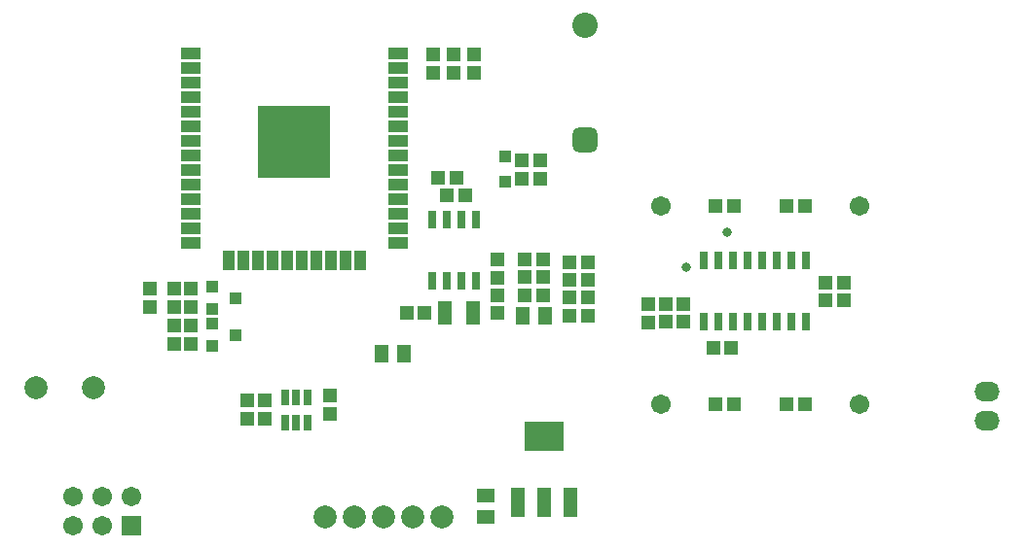
<source format=gbs>
G04*
G04 #@! TF.GenerationSoftware,Altium Limited,Altium Designer,21.2.1 (34)*
G04*
G04 Layer_Color=16711935*
%FSLAX44Y44*%
%MOMM*%
G71*
G04*
G04 #@! TF.SameCoordinates,88615370-4C05-4218-9965-B51CFC903A55*
G04*
G04*
G04 #@! TF.FilePolarity,Negative*
G04*
G01*
G75*
%ADD18R,1.2032X1.1532*%
%ADD19R,1.1532X1.2032*%
%ADD20R,0.8032X1.5032*%
%ADD21C,1.7032*%
%ADD22R,1.7032X1.7032*%
%ADD23C,2.0032*%
%ADD24C,2.2032*%
G04:AMPARAMS|DCode=25|XSize=2.2032mm|YSize=2.2032mm|CornerRadius=0.6016mm|HoleSize=0mm|Usage=FLASHONLY|Rotation=90.000|XOffset=0mm|YOffset=0mm|HoleType=Round|Shape=RoundedRectangle|*
%AMROUNDEDRECTD25*
21,1,2.2032,1.0000,0,0,90.0*
21,1,1.0000,2.2032,0,0,90.0*
1,1,1.2032,0.5000,0.5000*
1,1,1.2032,0.5000,-0.5000*
1,1,1.2032,-0.5000,-0.5000*
1,1,1.2032,-0.5000,0.5000*
%
%ADD25ROUNDEDRECTD25*%
%ADD26O,2.2032X1.7032*%
%ADD27C,0.8032*%
%ADD51R,6.2230X6.2230*%
%ADD52R,0.8032X1.3532*%
%ADD53R,1.0032X1.0032*%
%ADD54R,1.1032X1.0032*%
%ADD55R,1.7272X1.1176*%
%ADD56R,1.1176X1.7272*%
%ADD57R,1.2032X1.5032*%
%ADD58R,1.2032X2.0032*%
%ADD59R,1.2032X2.6032*%
%ADD60R,3.5032X2.6032*%
%ADD61R,1.5032X1.2032*%
D18*
X313500Y121250D02*
D03*
Y137250D02*
D03*
X257000Y116750D02*
D03*
Y132750D02*
D03*
X590000Y217000D02*
D03*
Y201000D02*
D03*
X459250Y255750D02*
D03*
Y239750D02*
D03*
X177750Y198000D02*
D03*
Y182000D02*
D03*
X192750Y198000D02*
D03*
X192750Y182000D02*
D03*
X157000Y230000D02*
D03*
Y214000D02*
D03*
X177791Y214059D02*
D03*
Y230059D02*
D03*
X192750Y214000D02*
D03*
Y230000D02*
D03*
X421250Y434500D02*
D03*
Y418500D02*
D03*
X241750Y116750D02*
D03*
Y132750D02*
D03*
X480750Y326250D02*
D03*
Y342250D02*
D03*
X496000Y326250D02*
D03*
Y342250D02*
D03*
X459250Y224750D02*
D03*
Y208750D02*
D03*
X439250Y418500D02*
D03*
Y434500D02*
D03*
X403250D02*
D03*
Y418500D02*
D03*
D19*
X727000Y129250D02*
D03*
X711000D02*
D03*
X649000D02*
D03*
X665000D02*
D03*
X662750Y178500D02*
D03*
X646750D02*
D03*
X621250Y201250D02*
D03*
X605250D02*
D03*
X621250Y216750D02*
D03*
X605250D02*
D03*
X744250Y219750D02*
D03*
X760250D02*
D03*
X744250Y235000D02*
D03*
X760250D02*
D03*
X649000Y302000D02*
D03*
X665000D02*
D03*
X727000D02*
D03*
X711000D02*
D03*
X537750Y237750D02*
D03*
X521750D02*
D03*
X415250Y311792D02*
D03*
X431250D02*
D03*
X407250Y327000D02*
D03*
X423250D02*
D03*
X380000Y208750D02*
D03*
X396000D02*
D03*
X483020Y224723D02*
D03*
X499021D02*
D03*
X499021Y240223D02*
D03*
X483020D02*
D03*
X499021Y255723D02*
D03*
X483020D02*
D03*
X537750Y253250D02*
D03*
X521750D02*
D03*
Y222250D02*
D03*
X537750D02*
D03*
Y206750D02*
D03*
X521750D02*
D03*
D20*
X638300Y254670D02*
D03*
X651000Y254670D02*
D03*
X663700Y254670D02*
D03*
X676400D02*
D03*
X638300Y201330D02*
D03*
X651000Y201330D02*
D03*
X663700Y201330D02*
D03*
X676400D02*
D03*
X689100Y254670D02*
D03*
X701800D02*
D03*
X714500Y254670D02*
D03*
X727200Y254670D02*
D03*
X689100Y201330D02*
D03*
X701800D02*
D03*
X714500Y201330D02*
D03*
X727200Y201330D02*
D03*
X402700Y290462D02*
D03*
X415400D02*
D03*
X428100D02*
D03*
X440800D02*
D03*
X402700Y237122D02*
D03*
X415400Y237122D02*
D03*
X428100Y237122D02*
D03*
X440800Y237122D02*
D03*
D21*
X601490Y302130D02*
D03*
X90100Y23300D02*
D03*
Y48700D02*
D03*
X140900D02*
D03*
X115500Y48700D02*
D03*
Y23300D02*
D03*
X774490Y129130D02*
D03*
Y302130D02*
D03*
X601490Y129130D02*
D03*
D22*
X140900Y23300D02*
D03*
D23*
X385700Y31250D02*
D03*
X334900D02*
D03*
X360300D02*
D03*
X411100D02*
D03*
X309500D02*
D03*
X107750Y144250D02*
D03*
X57750D02*
D03*
D24*
X535250Y459500D02*
D03*
D25*
Y359500D02*
D03*
D26*
X885250Y140250D02*
D03*
Y115250D02*
D03*
D27*
X659000Y279250D02*
D03*
X623500Y248750D02*
D03*
D51*
X282415Y358142D02*
D03*
D52*
X284250Y113195D02*
D03*
X274750Y135875D02*
D03*
X293750D02*
D03*
X284250Y135875D02*
D03*
X274750Y113125D02*
D03*
X293750D02*
D03*
D53*
X465750Y345250D02*
D03*
X465750Y323250D02*
D03*
D54*
X211416Y212684D02*
D03*
X231666Y221934D02*
D03*
X211416Y231684D02*
D03*
X211375Y180500D02*
D03*
X231625Y189750D02*
D03*
X211375Y199500D02*
D03*
D55*
X372585Y409958D02*
D03*
X372585Y397258D02*
D03*
X372585Y384558D02*
D03*
X372585Y371858D02*
D03*
X372585Y359158D02*
D03*
X372585Y320842D02*
D03*
X372585Y308142D02*
D03*
X372585Y295442D02*
D03*
X372585Y282742D02*
D03*
X372585Y270042D02*
D03*
X192415Y270042D02*
D03*
X192415Y282742D02*
D03*
X192415Y295442D02*
D03*
X192415Y308142D02*
D03*
X192415Y320842D02*
D03*
X192415Y333542D02*
D03*
X192415Y346242D02*
D03*
X192415Y359158D02*
D03*
X192415Y371858D02*
D03*
X192415Y384558D02*
D03*
X192415Y397258D02*
D03*
Y409958D02*
D03*
X192415Y422658D02*
D03*
X372585Y422658D02*
D03*
Y435358D02*
D03*
X192415Y435358D02*
D03*
X372585Y346242D02*
D03*
Y333542D02*
D03*
D56*
X326865Y255142D02*
D03*
X314165Y255142D02*
D03*
X301465Y255142D02*
D03*
X288765Y255142D02*
D03*
X276065D02*
D03*
X263365Y255142D02*
D03*
X250665Y255142D02*
D03*
X237965Y255142D02*
D03*
X225265Y255142D02*
D03*
X339565D02*
D03*
D57*
X377500Y173250D02*
D03*
X358500D02*
D03*
X481520Y206723D02*
D03*
X500521D02*
D03*
D58*
X413250Y209000D02*
D03*
X438250D02*
D03*
D59*
X500000Y44000D02*
D03*
X523000D02*
D03*
X477000Y44000D02*
D03*
D60*
X500000Y102000D02*
D03*
D61*
X449250Y31250D02*
D03*
Y50250D02*
D03*
M02*

</source>
